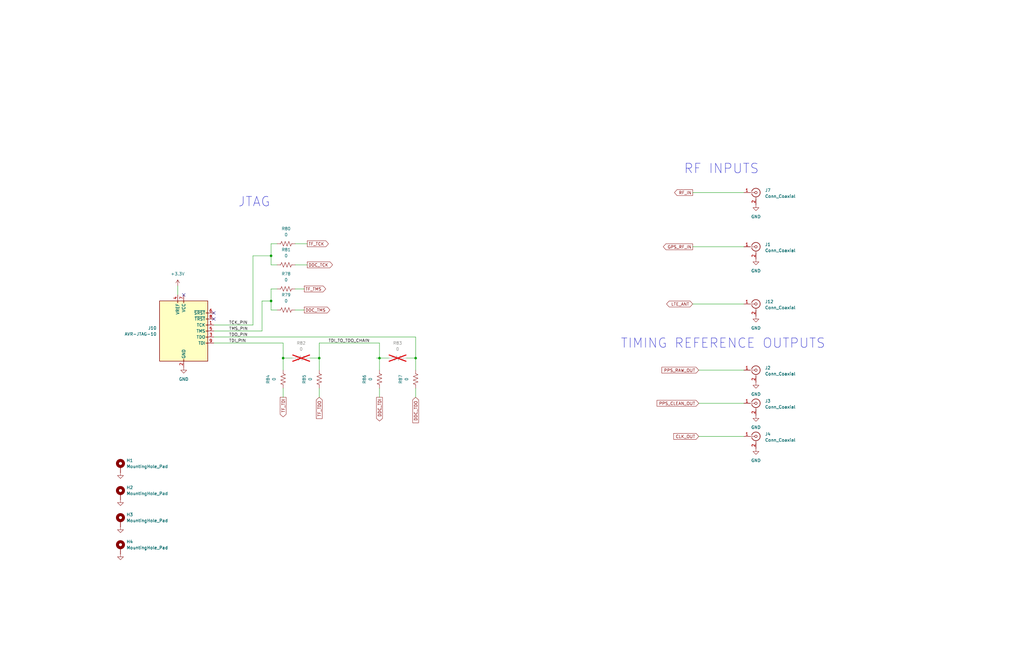
<source format=kicad_sch>
(kicad_sch (version 20231120) (generator "eeschema") (generator_version "8.0")
  (paper "USLedger")
  (title_block (title "Signal Connectors") (date "2024-01-31") (rev "0"))
  (lib_symbols
    (symbol "Connector:AVR-JTAG-10" (pin_names (offset 1.016))
      (property "Reference" "J" (at -8.89 13.97 0))
      (property "Value" "AVR-JTAG-10" (at 1.27 13.97 0))
      (symbol "AVR-JTAG-10_0_1"
        (rectangle (start -2.667 12.7) (end -2.413 11.938))
        (rectangle (start -0.127 -11.938) (end 0.127 -12.7))
        (rectangle (start -0.127 12.7) (end 0.127 11.938))
        (rectangle (start 10.16 -4.953) (end 9.398 -5.207))
        (rectangle (start 10.16 -2.413) (end 9.398 -2.667))
        (rectangle (start 10.16 0.127) (end 9.398 -0.127))
        (rectangle (start 10.16 2.667) (end 9.398 2.413))
        (rectangle (start 10.16 5.207) (end 9.398 4.953))
        (rectangle (start 10.16 7.747) (end 9.398 7.493))
        (rectangle (start 10.16 12.7) (end -10.16 -12.7) (stroke (width 0.254)) (fill (type background)))
      )
      (symbol "AVR-JTAG-10_1_1"
        (pin passive line (at 12.7 2.54 180) (length 2.54) (name "TCK") (number "1"))
        (pin passive line (at 0 -15.24 90) (length 2.54) hide (name "GND") (number "10"))
        (pin passive line (at 0 -15.24 90) (length 2.54) (name "GND") (number "2"))
        (pin passive line (at 12.7 -2.54 180) (length 2.54) (name "TDO") (number "3"))
        (pin passive line (at -2.54 15.24 270) (length 2.54) (name "VREF") (number "4"))
        (pin passive line (at 12.7 0 180) (length 2.54) (name "TMS") (number "5"))
        (pin passive line (at 12.7 7.62 180) (length 2.54) (name "~{SRST}") (number "6"))
        (pin passive line (at 0 15.24 270) (length 2.54) (name "VCC") (number "7"))
        (pin passive line (at 12.7 5.08 180) (length 2.54) (name "~{TRST}") (number "8"))
        (pin passive line (at 12.7 -5.08 180) (length 2.54) (name "TDI") (number "9"))
      )
    )
    (symbol "Connector:Conn_Coaxial" (pin_names (offset 1.016) hide)
      (property "Reference" "J" (at 0.254 3.048 0))
      (property "Value" "Conn_Coaxial" (at 2.921 0 90))
      (symbol "Conn_Coaxial_0_1"
        (arc (start -1.778 -0.508) (mid 0.2311 -1.8066) (end 1.778 0) (stroke (width 0.254)))
        (polyline (pts (xy -2.54 0) (xy -0.508 0)))
        (polyline (pts (xy 0 -2.54) (xy 0 -1.778)))
        (circle (center 0 0) (radius 0.508) (stroke (width 0.2032)))
        (arc (start 1.778 0) (mid 0.2099 1.8101) (end -1.778 0.508) (stroke (width 0.254)))
      )
      (symbol "Conn_Coaxial_1_1"
        (pin passive line (at -5.08 0 0) (length 2.54) (name "In") (number "1"))
        (pin passive line (at 0 -5.08 90) (length 2.54) (name "Ext") (number "2"))
      )
    )
    (symbol "Device:R_US" (pin_numbers hide) (pin_names (offset 0))
      (property "Reference" "R" (at 2.54 0 90))
      (property "Value" "R_US" (at -2.54 0 90))
      (symbol "R_US_0_1"
        (polyline (pts (xy 0 -2.286) (xy 0 -2.54)))
        (polyline (pts (xy 0 2.286) (xy 0 2.54)))
        (polyline (pts (xy 0 -0.762) (xy 1.016 -1.143) (xy 0 -1.524) (xy -1.016 -1.905) (xy 0 -2.286)))
        (polyline (pts (xy 0 0.762) (xy 1.016 0.381) (xy 0 0) (xy -1.016 -0.381) (xy 0 -0.762)))
        (polyline (pts (xy 0 2.286) (xy 1.016 1.905) (xy 0 1.524) (xy -1.016 1.143) (xy 0 0.762)))
      )
      (symbol "R_US_1_1"
        (pin passive line (at 0 3.81 270) (length 1.27) (name "~") (number "1"))
        (pin passive line (at 0 -3.81 90) (length 1.27) (name "~") (number "2"))
      )
    )
    (symbol "GND_1" (power) (pin_numbers hide) (pin_names (offset 0) hide)
      (property "Value" "GND" (at 0 -3.81 0))
      (symbol "GND_1_0_1"
        (polyline (pts (xy 0 0) (xy 0 -1.27) (xy 1.27 -1.27) (xy 0 -2.54) (xy -1.27 -1.27) (xy 0 -1.27)))
      )
      (symbol "GND_1_1_1"
        (pin power_in line (at 0 0 270) (length 0) (name "~") (number "1"))
      )
    )
    (symbol "Mechanical:MountingHole_Pad" (pin_numbers hide) (pin_names (offset 1.016) hide) (exclude_from_sim yes) (in_bom no)
      (property "Reference" "H" (at 0 6.35 0))
      (property "Value" "MountingHole_Pad" (at 0 4.445 0))
      (symbol "MountingHole_Pad_0_1"
        (circle (center 0 1.27) (radius 1.27) (stroke (width 1.27)))
      )
      (symbol "MountingHole_Pad_1_1"
        (pin input line (at 0 -2.54 90) (length 2.54) (name "1") (number "1"))
      )
    )
    (symbol "power:+3.3V" (power) (pin_names (offset 0))
      (property "Value" "+3.3V" (at 0 3.556 0))
      (symbol "+3.3V_0_1"
        (polyline (pts (xy -0.762 1.27) (xy 0 2.54)))
        (polyline (pts (xy 0 0) (xy 0 2.54)))
        (polyline (pts (xy 0 2.54) (xy 0.762 1.27)))
      )
      (symbol "+3.3V_1_1"
        (pin power_in line (at 0 0 90) (length 0) hide (name "+3.3V") (number "1"))
      )
    )
    (symbol "power:GND" (power) (pin_names (offset 0))
      (property "Value" "GND" (at 0 -3.81 0))
      (symbol "GND_0_1"
        (polyline (pts (xy 0 0) (xy 0 -1.27) (xy 1.27 -1.27) (xy 0 -2.54) (xy -1.27 -1.27) (xy 0 -1.27)))
      )
      (symbol "GND_1_1"
        (pin power_in line (at 0 0 270) (length 0) hide (name "GND") (number "1"))
      )
    )
  )
  (junction (at 114.3 127))
  (junction (at 134.62 151.13))
  (junction (at 175.26 151.13))
  (junction (at 114.3 107.95))
  (junction (at 119.38 151.13))
  (junction (at 160.02 151.13))
  (no_connect (at 90.17 134.62))
  (no_connect (at 77.47 124.46))
  (no_connect (at 90.17 132.08))
  (wire (pts (xy 90.17 144.78) (xy 119.38 144.78)))
  (wire (pts (xy 160.02 151.13) (xy 163.83 151.13)))
  (wire (pts (xy 294.64 156.21) (xy 313.69 156.21)))
  (wire (pts (xy 171.45 151.13) (xy 175.26 151.13)))
  (wire (pts (xy 90.17 142.24) (xy 175.26 142.24)))
  (wire (pts (xy 114.3 121.92) (xy 114.3 127)))
  (wire (pts (xy 134.62 163.83) (xy 134.62 167.64)))
  (wire (pts (xy 119.38 151.13) (xy 119.38 156.21)))
  (wire (pts (xy 130.81 151.13) (xy 134.62 151.13)))
  (wire (pts (xy 134.62 151.13) (xy 134.62 156.21)))
  (wire (pts (xy 110.49 139.7) (xy 110.49 127)))
  (wire (pts (xy 124.46 111.76) (xy 129.54 111.76)))
  (wire (pts (xy 119.38 151.13) (xy 119.38 144.78)))
  (wire (pts (xy 134.62 144.78) (xy 160.02 144.78)))
  (wire (pts (xy 160.02 144.78) (xy 160.02 151.13)))
  (wire (pts (xy 124.46 130.81) (xy 128.27 130.81)))
  (wire (pts (xy 175.26 163.83) (xy 175.26 167.64)))
  (wire (pts (xy 90.17 139.7) (xy 110.49 139.7)))
  (wire (pts (xy 114.3 127) (xy 114.3 130.81)))
  (wire (pts (xy 119.38 151.13) (xy 123.19 151.13)))
  (wire (pts (xy 106.68 137.16) (xy 106.68 107.95)))
  (wire (pts (xy 134.62 151.13) (xy 134.62 144.78)))
  (wire (pts (xy 124.46 102.87) (xy 129.54 102.87)))
  (wire (pts (xy 114.3 107.95) (xy 114.3 111.76)))
  (wire (pts (xy 114.3 111.76) (xy 116.84 111.76)))
  (wire (pts (xy 90.17 137.16) (xy 106.68 137.16)))
  (wire (pts (xy 119.38 163.83) (xy 119.38 167.64)))
  (wire (pts (xy 116.84 102.87) (xy 114.3 102.87)))
  (wire (pts (xy 175.26 151.13) (xy 175.26 142.24)))
  (wire (pts (xy 106.68 107.95) (xy 114.3 107.95)))
  (wire (pts (xy 294.64 170.18) (xy 313.69 170.18)))
  (wire (pts (xy 114.3 130.81) (xy 116.84 130.81)))
  (wire (pts (xy 74.93 120.65) (xy 74.93 124.46)))
  (wire (pts (xy 124.46 121.92) (xy 128.27 121.92)))
  (wire (pts (xy 114.3 102.87) (xy 114.3 107.95)))
  (wire (pts (xy 116.84 121.92) (xy 114.3 121.92)))
  (wire (pts (xy 292.1 104.14) (xy 313.69 104.14)))
  (wire (pts (xy 110.49 127) (xy 114.3 127)))
  (wire (pts (xy 160.02 151.13) (xy 160.02 156.21)))
  (wire (pts (xy 175.26 151.13) (xy 175.26 156.21)))
  (wire (pts (xy 292.1 81.28) (xy 313.69 81.28)))
  (wire (pts (xy 160.02 163.83) (xy 160.02 167.64)))
  (wire (pts (xy 158.75 151.13) (xy 160.02 151.13)))
  (wire (pts (xy 292.1 128.27) (xy 313.69 128.27)))
  (wire (pts (xy 294.64 184.15) (xy 313.69 184.15)))
  (text "JTAG" (at 100.33 87.63 0) (effects (font (size 4 4)) (justify left bottom)))
  (text "RF INPUTS" (at 288.29 73.66 0) (effects (font (size 4 4)) (justify left bottom)))
  (text "TIMING REFERENCE OUTPUTS" (at 261.62 147.32 0) (effects (font (size 4 4)) (justify left bottom)))
  (label "TDO_PIN" (at 96.52 142.24 0))
  (label "TMS_PIN" (at 96.52 139.7 0))
  (label "TCK_PIN" (at 96.52 137.16 0))
  (label "TDI_TO_TDO_CHAIN" (at 138.43 144.78 0))
  (label "TDI_PIN" (at 96.52 144.78 0))
  (global_label "PPS_RAW_OUT" (shape input) (at 294.64 156.21 180) (property "Intersheetrefs" "${INTERSHEET_REFS}" (effects (hide yes))))
  (global_label "PPS_CLEAN_OUT" (shape input) (at 294.64 170.18 180) (property "Intersheetrefs" "${INTERSHEET_REFS}" (effects (hide yes))))
  (global_label "RF_IN" (shape output) (at 292.1 81.28 180) (property "Intersheetrefs" "${INTERSHEET_REFS}" (effects (hide yes))))
  (global_label "DDC_TDI" (shape output) (at 160.02 167.64 270) (property "Intersheetrefs" "${INTERSHEET_REFS}" (effects (hide yes))))
  (global_label "DDC_TMS" (shape output) (at 128.27 130.81 0) (property "Intersheetrefs" "${INTERSHEET_REFS}" (effects (hide yes))))
  (global_label "GPS_RF_IN" (shape output) (at 292.1 104.14 180) (property "Intersheetrefs" "${INTERSHEET_REFS}" (effects (hide yes))))
  (global_label "TF_TDO" (shape input) (at 134.62 167.64 270) (property "Intersheetrefs" "${INTERSHEET_REFS}" (effects (hide yes))))
  (global_label "CLK_OUT" (shape input) (at 294.64 184.15 180) (property "Intersheetrefs" "${INTERSHEET_REFS}" (effects (hide yes))))
  (global_label "DDC_TDO" (shape input) (at 175.26 167.64 270) (property "Intersheetrefs" "${INTERSHEET_REFS}" (effects (hide yes))))
  (global_label "TF_TMS" (shape output) (at 128.27 121.92 0) (property "Intersheetrefs" "${INTERSHEET_REFS}" (effects (hide yes))))
  (global_label "TF_TCK" (shape output) (at 129.54 102.87 0) (property "Intersheetrefs" "${INTERSHEET_REFS}" (effects (hide yes))))
  (global_label "LTE_ANT" (shape bidirectional) (at 292.1 128.27 180) (property "Intersheetrefs" "${INTERSHEET_REFS}" (effects (hide yes))))
  (global_label "DDC_TCK" (shape output) (at 129.54 111.76 0) (property "Intersheetrefs" "${INTERSHEET_REFS}" (effects (hide yes))))
  (global_label "TF_TDI" (shape output) (at 119.38 167.64 270) (property "Intersheetrefs" "${INTERSHEET_REFS}" (effects (hide yes))))
  (symbol (lib_id "Device:R_US") (at 120.65 121.92 90) (unit 1)
    (property "Reference" "R78" (at 120.65 115.57 90))
    (property "Value" "0" (at 120.65 118.11 90))
    (property "Footprint" "Resistor_SMD:R_0603_1608Metric_Pad0.98x0.95mm_HandSolder" (effects (hide yes)))
  )
  (symbol (lib_name "GND_1") (lib_id "power:GND") (at 50.8 199.39 0) (unit 1)
    (property "Reference" "#PWR0223" (effects (hide yes)))
    (property "Value" "GND" (effects (hide yes)))
    (property "Description" "Power symbol creates a global label with name \"GND\" , ground" (effects (hide yes)))
  )
  (symbol (lib_id "Connector:Conn_Coaxial") (at 318.77 156.21 0) (unit 1)
    (property "Reference" "J2" (at 322.58 155.2332 0) (effects (justify left)))
    (property "Value" "Conn_Coaxial" (at 322.58 157.7732 0) (effects (justify left)))
    (property "Footprint" "Connector_Coaxial:SMA_Amphenol_901-143_Horizontal" (effects (hide yes)))
    (property "Datasheet" " ~" (effects (hide yes)))
  )
  (symbol (lib_id "Mechanical:MountingHole_Pad") (at 50.8 208.28 0) (unit 1) (exclude_from_sim yes) (in_bom no)
    (property "Reference" "H2" (at 53.34 205.7399 0) (effects (justify left)))
    (property "Value" "MountingHole_Pad" (at 53.34 208.2799 0) (effects (justify left)))
    (property "Footprint" "MountingHole:MountingHole_3.2mm_M3_Pad" (effects (hide yes)))
    (property "Description" "Mounting Hole with connection" (effects (hide yes)))
  )
  (symbol (lib_id "Connector:AVR-JTAG-10") (at 77.47 139.7 0) (unit 1)
    (property "Reference" "J10" (at 66.04 138.43 0) (effects (justify right)))
    (property "Value" "AVR-JTAG-10" (at 66.04 140.97 0) (effects (justify right)))
    (property "Footprint" "Connector_PinHeader_2.54mm:PinHeader_2x05_P2.54mm_Vertical" (effects (hide yes)))
    (property "Datasheet" " ~" (effects (hide yes)))
  )
  (symbol (lib_id "Device:R_US") (at 134.62 160.02 180) (unit 1)
    (property "Reference" "R85" (at 128.27 160.02 90))
    (property "Value" "0" (at 130.81 160.02 90))
    (property "Footprint" "Resistor_SMD:R_0603_1608Metric_Pad0.98x0.95mm_HandSolder" (effects (hide yes)))
  )
  (symbol (lib_id "Connector:Conn_Coaxial") (at 318.77 81.28 0) (unit 1)
    (property "Reference" "J7" (at 322.58 80.3032 0) (effects (justify left)))
    (property "Value" "Conn_Coaxial" (at 322.58 82.8432 0) (effects (justify left)))
    (property "Footprint" "Connector_Coaxial:SMA_Amphenol_901-143_Horizontal" (effects (hide yes)))
    (property "Datasheet" " ~" (effects (hide yes)))
  )
  (symbol (lib_id "Device:R_US") (at 167.64 151.13 90) (unit 1) (dnp yes)
    (property "Reference" "R83" (at 167.64 144.78 90))
    (property "Value" "0" (at 167.64 147.32 90))
    (property "Footprint" "Resistor_SMD:R_0603_1608Metric_Pad0.98x0.95mm_HandSolder" (effects (hide yes)))
  )
  (symbol (lib_id "power:GND") (at 77.47 154.94 0) (unit 1)
    (property "Reference" "#PWR063" (effects (hide yes)))
    (property "Value" "GND" (at 77.47 160.02 0))
  )
  (symbol (lib_id "Device:R_US") (at 127 151.13 90) (unit 1) (dnp yes)
    (property "Reference" "R82" (at 127 144.78 90))
    (property "Value" "0" (at 127 147.32 90))
    (property "Footprint" "Resistor_SMD:R_0603_1608Metric_Pad0.98x0.95mm_HandSolder" (effects (hide yes)))
  )
  (symbol (lib_id "power:GND") (at 318.77 86.36 0) (unit 1)
    (property "Reference" "#PWR027" (effects (hide yes)))
    (property "Value" "GND" (at 318.77 91.44 0))
  )
  (symbol (lib_id "power:GND") (at 318.77 133.35 0) (unit 1)
    (property "Reference" "#PWR0190" (effects (hide yes)))
    (property "Value" "GND" (at 318.77 138.43 0))
  )
  (symbol (lib_name "GND_1") (lib_id "power:GND") (at 50.8 222.25 0) (unit 1)
    (property "Reference" "#PWR0225" (effects (hide yes)))
    (property "Value" "GND" (effects (hide yes)))
    (property "Description" "Power symbol creates a global label with name \"GND\" , ground" (effects (hide yes)))
  )
  (symbol (lib_id "Device:R_US") (at 120.65 102.87 90) (unit 1)
    (property "Reference" "R80" (at 120.65 96.52 90))
    (property "Value" "0" (at 120.65 99.06 90))
    (property "Footprint" "Resistor_SMD:R_0603_1608Metric_Pad0.98x0.95mm_HandSolder" (effects (hide yes)))
  )
  (symbol (lib_id "power:GND") (at 318.77 189.23 0) (unit 1)
    (property "Reference" "#PWR025" (effects (hide yes)))
    (property "Value" "GND" (at 318.77 194.31 0))
  )
  (symbol (lib_id "Device:R_US") (at 119.38 160.02 180) (unit 1)
    (property "Reference" "R84" (at 113.03 160.02 90))
    (property "Value" "0" (at 115.57 160.02 90))
    (property "Footprint" "Resistor_SMD:R_0603_1608Metric_Pad0.98x0.95mm_HandSolder" (effects (hide yes)))
  )
  (symbol (lib_id "power:GND") (at 318.77 109.22 0) (unit 1)
    (property "Reference" "#PWR022" (effects (hide yes)))
    (property "Value" "GND" (at 318.77 114.3 0))
  )
  (symbol (lib_id "Connector:Conn_Coaxial") (at 318.77 104.14 0) (unit 1)
    (property "Reference" "J1" (at 322.58 103.1632 0) (effects (justify left)))
    (property "Value" "Conn_Coaxial" (at 322.58 105.7032 0) (effects (justify left)))
    (property "Footprint" "Connector_Coaxial:SMA_Amphenol_901-143_Horizontal" (effects (hide yes)))
    (property "Datasheet" " ~" (effects (hide yes)))
  )
  (symbol (lib_id "Mechanical:MountingHole_Pad") (at 50.8 231.14 0) (unit 1) (exclude_from_sim yes) (in_bom no)
    (property "Reference" "H4" (at 53.34 228.5999 0) (effects (justify left)))
    (property "Value" "MountingHole_Pad" (at 53.34 231.1399 0) (effects (justify left)))
    (property "Footprint" "MountingHole:MountingHole_3.2mm_M3_Pad" (effects (hide yes)))
    (property "Description" "Mounting Hole with connection" (effects (hide yes)))
  )
  (symbol (lib_id "Connector:Conn_Coaxial") (at 318.77 170.18 0) (unit 1)
    (property "Reference" "J3" (at 322.58 169.2032 0) (effects (justify left)))
    (property "Value" "Conn_Coaxial" (at 322.58 171.7432 0) (effects (justify left)))
    (property "Footprint" "Connector_Coaxial:SMA_Amphenol_901-143_Horizontal" (effects (hide yes)))
    (property "Datasheet" " ~" (effects (hide yes)))
  )
  (symbol (lib_id "power:GND") (at 318.77 175.26 0) (unit 1)
    (property "Reference" "#PWR024" (effects (hide yes)))
    (property "Value" "GND" (at 318.77 180.34 0))
  )
  (symbol (lib_id "Mechanical:MountingHole_Pad") (at 50.8 219.71 0) (unit 1) (exclude_from_sim yes) (in_bom no)
    (property "Reference" "H3" (at 53.34 217.1699 0) (effects (justify left)))
    (property "Value" "MountingHole_Pad" (at 53.34 219.7099 0) (effects (justify left)))
    (property "Footprint" "MountingHole:MountingHole_3.2mm_M3_Pad" (effects (hide yes)))
    (property "Description" "Mounting Hole with connection" (effects (hide yes)))
  )
  (symbol (lib_id "Connector:Conn_Coaxial") (at 318.77 128.27 0) (unit 1)
    (property "Reference" "J12" (at 322.58 127.2932 0) (effects (justify left)))
    (property "Value" "Conn_Coaxial" (at 322.58 129.8332 0) (effects (justify left)))
    (property "Footprint" "Connector_Coaxial:SMA_Amphenol_901-143_Horizontal" (effects (hide yes)))
    (property "Datasheet" " ~" (effects (hide yes)))
  )
  (symbol (lib_id "Mechanical:MountingHole_Pad") (at 50.8 196.85 0) (unit 1) (exclude_from_sim yes) (in_bom no)
    (property "Reference" "H1" (at 53.34 194.3099 0) (effects (justify left)))
    (property "Value" "MountingHole_Pad" (at 53.34 196.8499 0) (effects (justify left)))
    (property "Footprint" "MountingHole:MountingHole_3.2mm_M3_Pad" (effects (hide yes)))
    (property "Description" "Mounting Hole with connection" (effects (hide yes)))
  )
  (symbol (lib_id "power:GND") (at 318.77 161.29 0) (unit 1)
    (property "Reference" "#PWR023" (effects (hide yes)))
    (property "Value" "GND" (at 318.77 166.37 0))
  )
  (symbol (lib_id "Device:R_US") (at 120.65 130.81 90) (unit 1)
    (property "Reference" "R79" (at 120.65 124.46 90))
    (property "Value" "0" (at 120.65 127 90))
    (property "Footprint" "Resistor_SMD:R_0603_1608Metric_Pad0.98x0.95mm_HandSolder" (effects (hide yes)))
  )
  (symbol (lib_id "Device:R_US") (at 120.65 111.76 90) (unit 1)
    (property "Reference" "R81" (at 120.65 105.41 90))
    (property "Value" "0" (at 120.65 107.95 90))
    (property "Footprint" "Resistor_SMD:R_0603_1608Metric_Pad0.98x0.95mm_HandSolder" (effects (hide yes)))
  )
  (symbol (lib_name "GND_1") (lib_id "power:GND") (at 50.8 233.68 0) (unit 1)
    (property "Reference" "#PWR0226" (effects (hide yes)))
    (property "Value" "GND" (effects (hide yes)))
    (property "Description" "Power symbol creates a global label with name \"GND\" , ground" (effects (hide yes)))
  )
  (symbol (lib_id "Connector:Conn_Coaxial") (at 318.77 184.15 0) (unit 1)
    (property "Reference" "J4" (at 322.58 183.1732 0) (effects (justify left)))
    (property "Value" "Conn_Coaxial" (at 322.58 185.7132 0) (effects (justify left)))
    (property "Footprint" "Connector_Coaxial:SMA_Amphenol_901-143_Horizontal" (effects (hide yes)))
    (property "Datasheet" " ~" (effects (hide yes)))
  )
  (symbol (lib_id "Device:R_US") (at 175.26 160.02 180) (unit 1)
    (property "Reference" "R87" (at 168.91 160.02 90))
    (property "Value" "0" (at 171.45 160.02 90))
    (property "Footprint" "Resistor_SMD:R_0603_1608Metric_Pad0.98x0.95mm_HandSolder" (effects (hide yes)))
  )
  (symbol (lib_id "Device:R_US") (at 160.02 160.02 180) (unit 1)
    (property "Reference" "R86" (at 153.67 160.02 90))
    (property "Value" "0" (at 156.21 160.02 90))
    (property "Footprint" "Resistor_SMD:R_0603_1608Metric_Pad0.98x0.95mm_HandSolder" (effects (hide yes)))
  )
  (symbol (lib_id "power:+3.3V") (at 74.93 120.65 0) (unit 1)
    (property "Reference" "#PWR042" (effects (hide yes)))
    (property "Value" "+3.3V" (at 74.93 115.57 0))
  )
  (symbol (lib_name "GND_1") (lib_id "power:GND") (at 50.8 210.82 0) (unit 1)
    (property "Reference" "#PWR0224" (effects (hide yes)))
    (property "Value" "GND" (effects (hide yes)))
    (property "Description" "Power symbol creates a global label with name \"GND\" , ground" (effects (hide yes)))
  )
)
</source>
